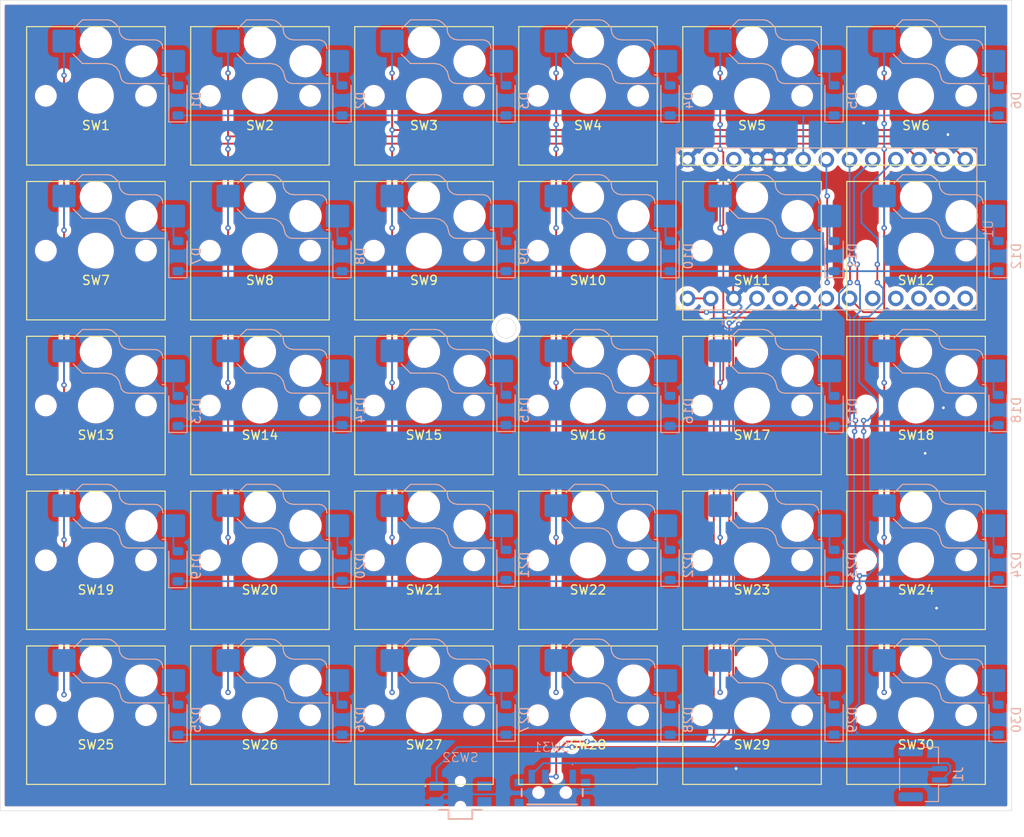
<source format=kicad_pcb>
(kicad_pcb (version 20241229) (generator "pcbnew") (generator_version "9.0")
  (layers (0 "F.Cu" signal) (2 "B.Cu" signal) (13 "F.Paste" user) (15 "B.Paste" user) (5 "F.SilkS" user "F.Silkscreen") (7 "B.SilkS" user "B.Silkscreen") (1 "F.Mask" user) (3 "B.Mask" user) (25 "Edge.Cuts" user))
  (net 0 "")
  (net 2 "Net-(D1-A)")
  (net 5 "Row 0")
  (net 6 "Net-(D2-A)")
  (net 8 "Net-(D3-A)")
  (net 9 "Net-(D4-A)")
  (net 11 "Net-(D5-A)")
  (net 12 "Net-(D6-A)")
  (net 13 "Row 1")
  (net 16 "Net-(D7-A)")
  (net 18 "Net-(D8-A)")
  (net 19 "Net-(D9-A)")
  (net 20 "Net-(D10-A)")
  (net 21 "Net-(D11-A)")
  (net 22 "Net-(D12-A)")
  (net 23 "Net-(D13-A)")
  (net 24 "Row 2")
  (net 25 "Net-(D14-A)")
  (net 26 "Net-(D15-A)")
  (net 27 "Net-(D16-A)")
  (net 28 "Net-(D17-A)")
  (net 29 "Net-(D18-A)")
  (net 30 "Net-(D19-A)")
  (net 31 "Row 3")
  (net 32 "Net-(D20-A)")
  (net 33 "Net-(D21-A)")
  (net 34 "Net-(D22-A)")
  (net 35 "Net-(D23-A)")
  (net 36 "Net-(D24-A)")
  (net 37 "Row 4")
  (net 38 "Net-(D25-A)")
  (net 39 "Net-(D26-A)")
  (net 40 "Net-(D27-A)")
  (net 41 "Net-(D28-A)")
  (net 42 "Net-(D29-A)")
  (net 43 "Net-(D30-A)")
  (net 44 "Col 0")
  (net 45 "Col 1")
  (net 46 "Col 2")
  (net 47 "Col 3")
  (net 48 "Col 4")
  (net 49 "Col 5")
  (net 50 "GND")
  (net 51 "Net-(U1-RESET)")
  (net 52 "Net-(SW31-B)")
  (net 53 "Net-(SW31-C)")
  (footprint "PCM_Switch_Keyboard_Hotswap_Kailh:SW_Hotswap_Kailh_Choc_V1_1.00u" (layer "F.Cu") (at 171.75 69)
    (property "Reference" "SW5")
    (property "Value" "SW_Push_45deg")
  )
  (footprint "PCM_Switch_Keyboard_Hotswap_Kailh:SW_Hotswap_Kailh_Choc_V1_1.00u" (layer "F.Cu") (at 117.75 120)
    (property "Reference" "SW20")
    (property "Value" "SW_Push_45deg")
  )
  (footprint "PCM_Switch_Keyboard_Hotswap_Kailh:SW_Hotswap_Kailh_Choc_V1_1.00u" (layer "F.Cu") (at 99.75 69)
    (property "Reference" "SW1")
    (property "Value" "SW_Push_45deg")
  )
  (footprint "PCM_Switch_Keyboard_Hotswap_Kailh:SW_Hotswap_Kailh_Choc_V1_1.00u" (layer "F.Cu") (at 153.75 86)
    (property "Reference" "SW10")
    (property "Value" "SW_Push_45deg")
  )
  (footprint "PCM_Switch_Keyboard_Hotswap_Kailh:SW_Hotswap_Kailh_Choc_V1_1.00u" (layer "F.Cu") (at 117.75 103)
    (property "Reference" "SW14")
    (property "Value" "SW_Push_45deg")
  )
  (footprint "PCM_Switch_Keyboard_Hotswap_Kailh:SW_Hotswap_Kailh_Choc_V1_1.00u" (layer "F.Cu") (at 171.75 86)
    (property "Reference" "SW11")
    (property "Value" "SW_Push_45deg")
  )
  (footprint "PCM_Switch_Keyboard_Hotswap_Kailh:SW_Hotswap_Kailh_Choc_V1_1.00u" (layer "F.Cu") (at 171.75 103)
    (property "Reference" "SW17")
    (property "Value" "SW_Push_45deg")
  )
  (footprint "PCM_Switch_Keyboard_Hotswap_Kailh:SW_Hotswap_Kailh_Choc_V1_1.00u" (layer "F.Cu") (at 135.75 86)
    (property "Reference" "SW9")
    (property "Value" "SW_Push_45deg")
  )
  (footprint "PCM_Switch_Keyboard_Hotswap_Kailh:SW_Hotswap_Kailh_Choc_V1_1.00u" (layer "F.Cu") (at 153.75 137)
    (property "Reference" "SW28")
    (property "Value" "SW_Push_45deg")
  )
  (footprint "PCM_Switch_Keyboard_Hotswap_Kailh:SW_Hotswap_Kailh_Choc_V1_1.00u" (layer "F.Cu") (at 135.75 120)
    (property "Reference" "SW21")
    (property "Value" "SW_Push_45deg")
  )
  (footprint "PCM_Switch_Keyboard_Hotswap_Kailh:SW_Hotswap_Kailh_Choc_V1_1.00u" (layer "F.Cu") (at 171.75 120)
    (property "Reference" "SW23")
    (property "Value" "SW_Push_45deg")
  )
  (footprint "PCM_Switch_Keyboard_Hotswap_Kailh:SW_Hotswap_Kailh_Choc_V1_1.00u" (layer "F.Cu") (at 135.75 137)
    (property "Reference" "SW27")
    (property "Value" "SW_Push_45deg")
  )
  (footprint "PCM_Switch_Keyboard_Hotswap_Kailh:SW_Hotswap_Kailh_Choc_V1_1.00u" (layer "F.Cu") (at 135.75 69)
    (property "Reference" "SW3")
    (property "Value" "SW_Push_45deg")
  )
  (footprint "PCM_Switch_Keyboard_Hotswap_Kailh:SW_Hotswap_Kailh_Choc_V1_1.00u" (layer "F.Cu") (at 153.75 69)
    (property "Reference" "SW4")
    (property "Value" "SW_Push_45deg")
  )
  (footprint "PCM_Switch_Keyboard_Hotswap_Kailh:SW_Hotswap_Kailh_Choc_V1_1.00u" (layer "F.Cu") (at 117.75 69)
    (property "Reference" "SW2")
    (property "Value" "SW_Push_45deg")
  )
  (footprint "PCM_Switch_Keyboard_Hotswap_Kailh:SW_Hotswap_Kailh_Choc_V1_1.00u" (layer "F.Cu") (at 189.75 120)
    (property "Reference" "SW24")
    (property "Value" "SW_Push_45deg")
  )
  (footprint "PCM_Switch_Keyboard_Hotswap_Kailh:SW_Hotswap_Kailh_Choc_V1_1.00u" (layer "F.Cu") (at 189.75 103)
    (property "Reference" "SW18")
    (property "Value" "SW_Push_45deg")
  )
  (footprint "PCM_Switch_Keyboard_Hotswap_Kailh:SW_Hotswap_Kailh_Choc_V1_1.00u" (layer "F.Cu") (at 153.75 120)
    (property "Reference" "SW22")
    (property "Value" "SW_Push_45deg")
  )
  (footprint "PCM_Switch_Keyboard_Hotswap_Kailh:SW_Hotswap_Kailh_Choc_V1_1.00u" (layer "F.Cu") (at 99.75 86)
    (property "Reference" "SW7")
    (property "Value" "SW_Push_45deg")
  )
  (footprint "PCM_Switch_Keyboard_Hotswap_Kailh:SW_Hotswap_Kailh_Choc_V1_1.00u" (layer "F.Cu") (at 153.75 103)
    (property "Reference" "SW16")
    (property "Value" "SW_Push_45deg")
  )
  (footprint "PCM_Switch_Keyboard_Hotswap_Kailh:SW_Hotswap_Kailh_Choc_V1_1.00u" (layer "F.Cu") (at 117.75 86)
    (property "Reference" "SW8")
    (property "Value" "SW_Push_45deg")
  )
  (footprint "PCM_Switch_Keyboard_Hotswap_Kailh:SW_Hotswap_Kailh_Choc_V1_1.00u" (layer "F.Cu") (at 135.75 103)
    (property "Reference" "SW15")
    (property "Value" "SW_Push_45deg")
  )
  (footprint "PCM_Switch_Keyboard_Hotswap_Kailh:SW_Hotswap_Kailh_Choc_V1_1.00u" (layer "F.Cu") (at 189.75 137)
    (property "Reference" "SW30")
    (property "Value" "SW_Push_45deg")
  )
  (footprint "PCM_Switch_Keyboard_Hotswap_Kailh:SW_Hotswap_Kailh_Choc_V1_1.00u" (layer "F.Cu") (at 99.75 137)
    (property "Reference" "SW25")
    (property "Value" "SW_Push_45deg")
  )
  (footprint "PCM_Switch_Keyboard_Hotswap_Kailh:SW_Hotswap_Kailh_Choc_V1_1.00u" (layer "F.Cu") (at 117.75 137)
    (property "Reference" "SW26")
    (property "Value" "SW_Push_45deg")
  )
  (footprint "PCM_Switch_Keyboard_Hotswap_Kailh:SW_Hotswap_Kailh_Choc_V1_1.00u" (layer "F.Cu") (at 99.75 103)
    (property "Reference" "SW13")
    (property "Value" "SW_Push_45deg")
  )
  (footprint "PCM_Switch_Keyboard_Hotswap_Kailh:SW_Hotswap_Kailh_Choc_V1_1.00u" (layer "F.Cu") (at 99.75 120)
    (property "Reference" "SW19")
    (property "Value" "SW_Push_45deg")
  )
  (footprint "PCM_Switch_Keyboard_Hotswap_Kailh:SW_Hotswap_Kailh_Choc_V1_1.00u" (layer "F.Cu") (at 189.75 86)
    (property "Reference" "SW12")
    (property "Value" "SW_Push_45deg")
  )
  (footprint "PCM_Switch_Keyboard_Hotswap_Kailh:SW_Hotswap_Kailh_Choc_V1_1.00u" (layer "F.Cu") (at 189.75 69)
    (property "Reference" "SW6")
    (property "Value" "SW_Push_45deg")
  )
  (footprint "PCM_Switch_Keyboard_Hotswap_Kailh:SW_Hotswap_Kailh_Choc_V1_1.00u" (layer "F.Cu") (at 171.75 137)
    (property "Reference" "SW29")
    (property "Value" "SW_Push_45deg")
  )
  (footprint "footprints:nice!nanoV2" (layer "B.Cu") (at 179.91 83.62 -90)
    (property "Reference" "U1")
    (property "Value" "~")
  )
  (footprint "Diode_SMD:D_SOD-123" (layer "B.Cu") (at 162.75 120.5 90)
    (property "Reference" "D22")
    (property "Value" "1N4148W")
  )
  (footprint "Diode_SMD:D_SOD-123" (layer "B.Cu") (at 108.75 86.6 90)
    (property "Reference" "D7")
    (property "Value" "1N4148W")
  )
  (footprint "footprints:SSSS811101_SW_SPDT" (layer "B.Cu") (at 149.75 145.595 180)
    (property "Reference" "SW31")
    (property "Value" "~")
  )
  (footprint "Diode_SMD:D_SOD-123" (layer "B.Cu") (at 126.75 120.6 90)
    (property "Reference" "D20")
    (property "Value" "1N4148W")
  )
  (footprint "Diode_SMD:D_SOD-123" (layer "B.Cu") (at 180.75 103.6 90)
    (property "Reference" "D17")
    (property "Value" "1N4148W")
  )
  (footprint "Diode_SMD:D_SOD-123" (layer "B.Cu") (at 144.75 69.5 90)
    (property "Reference" "D3")
    (property "Value" "1N4148W")
  )
  (footprint "Diode_SMD:D_SOD-123" (layer "B.Cu") (at 180.75 86.6 90)
    (property "Reference" "D11")
    (property "Value" "1N4148W")
  )
  (footprint "Diode_SMD:D_SOD-123" (layer "B.Cu") (at 180.75 69.5 90)
    (property "Reference" "D5")
    (property "Value" "1N4148W")
  )
  (footprint "Diode_SMD:D_SOD-123" (layer "B.Cu") (at 198.75 86.6 90)
    (property "Reference" "D12")
    (property "Value" "1N4148W")
  )
  (footprint "Diode_SMD:D_SOD-123" (layer "B.Cu") (at 198.75 120.5 90)
    (property "Reference" "D24")
    (property "Value" "1N4148W")
  )
  (footprint "Diode_SMD:D_SOD-123" (layer "B.Cu") (at 108.75 137.5 90)
    (property "Reference" "D25")
    (property "Value" "1N4148W")
  )
  (footprint "Diode_SMD:D_SOD-123" (layer "B.Cu") (at 162.75 69.5 90)
    (property "Reference" "D4")
    (property "Value" "1N4148W")
  )
  (footprint "Diode_SMD:D_SOD-123" (layer "B.Cu") (at 198.75 137.5 90)
    (property "Reference" "D30")
    (property "Value" "1N4148W")
  )
  (footprint "footprints:EVQPU_BTN" (layer "B.Cu") (at 139.75 145.65 180)
    (property "Reference" "SW32")
    (property "Value" "SW_Push")
  )
  (footprint "Diode_SMD:D_SOD-123" (layer "B.Cu") (at 108.75 69.5 90)
    (property "Reference" "D1")
    (property "Value" "1N4148W")
  )
  (footprint "Diode_SMD:D_SOD-123" (layer "B.Cu") (at 144.75 103.5 90)
    (property "Reference" "D15")
    (property "Value" "1N4148W")
  )
  (footprint "Diode_SMD:D_SOD-123" (layer "B.Cu") (at 126.75 103.5 90)
    (property "Reference" "D14")
    (property "Value" "1N4148W")
  )
  (footprint "Diode_SMD:D_SOD-123" (layer "B.Cu") (at 144.75 86.6 90)
    (property "Reference" "D9")
    (property "Value" "1N4148W")
  )
  (footprint "Diode_SMD:D_SOD-123" (layer "B.Cu") (at 126.75 86.6 90)
    (property "Reference" "D8")
    (property "Value" "1N4148W")
  )
  (footprint "Diode_SMD:D_SOD-123" (layer "B.Cu") (at 162.75 137.5 90)
    (property "Reference" "D28")
    (property "Value" "1N4148W")
  )
  (footprint "Diode_SMD:D_SOD-123" (layer "B.Cu") (at 144.75 137.5 90)
    (property "Reference" "D27")
    (property "Value" "1N4148W")
  )
  (footprint "Diode_SMD:D_SOD-123" (layer "B.Cu") (at 126.75 69.5 90)
    (property "Reference" "D2")
    (property "Value" "1N4148W")
  )
  (footprint "Diode_SMD:D_SOD-123" (layer "B.Cu") (at 162.75 103.6 90)
    (property "Reference" "D16")
    (property "Value" "1N4148W")
  )
  (footprint "Connector_JST:JST_GH_SM02B-GHS-TB_1x02-1MP_P1.25mm_Horizontal" (layer "B.Cu") (at 190.5 143.5 90)
    (property "Reference" "J1")
    (property "Value" "B2B-PH-SM4-TB")
  )
  (footprint "Diode_SMD:D_SOD-123" (layer "B.Cu") (at 180.75 120.5 90)
    (property "Reference" "D23")
    (property "Value" "1N4148W")
  )
  (footprint "Diode_SMD:D_SOD-123" (layer "B.Cu") (at 162.75 86.6 90)
    (property "Reference" "D10")
    (property "Value" "1N4148W")
  )
  (footprint "Diode_SMD:D_SOD-123" (layer "B.Cu") (at 180.75 137.5 90)
    (property "Reference" "D29")
    (property "Value" "1N4148W")
  )
  (footprint "Diode_SMD:D_SOD-123" (layer "B.Cu") (at 144.75 120.5 90)
    (property "Reference" "D21")
    (property "Value" "1N4148W")
  )
  (footprint "Diode_SMD:D_SOD-123" (layer "B.Cu") (at 126.75 137.5 90)
    (property "Reference" "D26")
    (property "Value" "1N4148W")
  )
  (footprint "Diode_SMD:D_SOD-123" (layer "B.Cu") (at 108.75 103.6 90)
    (property "Reference" "D13")
    (property "Value" "1N4148W")
  )
  (footprint "Diode_SMD:D_SOD-123" (layer "B.Cu") (at 198.75 103.5 90)
    (property "Reference" "D18")
    (property "Value" "1N4148W")
  )
  (footprint "Diode_SMD:D_SOD-123" (layer "B.Cu") (at 198.75 69.5 90)
    (property "Reference" "D6")
    (property "Value" "1N4148W")
  )
  (footprint "Diode_SMD:D_SOD-123" (layer "B.Cu") (at 108.75 120.65 90)
    (property "Reference" "D19")
    (property "Value" "1N4148W")
  )
  (gr_circle (center 144.75 94.5) (end 145.85 94.5) (stroke (width 0.05)) (fill no) (layer "Edge.Cuts"))
  (gr_rect (start 89.25 58.5) (end 200.25 147.5) (stroke (width 0.05)) (fill no) (layer "Edge.Cuts"))
  (segment (start 108.25 67.35) (end 108.75 67.85) (width 0.2) (layer "B.Cu") (net 2))
  (segment (start 108.25 65.2) (end 108.25 67.35) (width 0.2) (layer "B.Cu") (net 2))
  (segment (start 198.75 71.15) (end 177.5 71.15) (width 0.2) (layer "B.Cu") (net 5))
  (segment (start 177.37 76) (end 177.37 71.28) (width 0.2) (layer "B.Cu") (net 5))
  (segment (start 177.37 71.28) (end 177.5 71.15) (width 0.2) (layer "B.Cu") (net 5))
  (segment (start 177.5 71.15) (end 108.75 71.15) (width 0.2) (layer "B.Cu") (net 5))
  (segment (start 126.25 67.35) (end 126.75 67.85) (width 0.2) (layer "B.Cu") (net 6))
  (segment (start 126.25 65.2) (end 126.25 67.35) (width 0.2) (layer "B.Cu") (net 6))
  (segment (start 144.25 65.2) (end 144.25 67.35) (width 0.2) (layer "B.Cu") (net 8))
  (segment (start 144.25 67.35) (end 144.75 67.85) (width 0.2) (layer "B.Cu") (net 8))
  (segment (start 162.25 67.35) (end 162.75 67.85) (width 0.2) (layer "B.Cu") (net 9))
  (segment (start 162.25 65.2) (end 162.25 67.35) (width 0.2) (layer "B.Cu") (net 9))
  (segment (start 180.25 65.2) (end 180.25 67.35) (width 0.2) (layer "B.Cu") (net 11))
  (segment (start 180.25 67.35) (end 180.75 67.85) (width 0.2) (layer "B.Cu") (net 11))
  (segment (start 198.25 67.35) (end 198.75 67.85) (width 0.2) (layer "B.Cu") (net 12))
  (segment (start 198.25 65.2) (end 198.25 67.35) (width 0.2) (layer "B.Cu") (net 12))
  (segment (start 180 80) (end 180 89.5) (width 0.2) (layer "F.Cu") (net 13))
  (via (at 180 80) (size 0.6) (drill 0.3) (layers "F.Cu" "B.Cu") (net 13))
  (via (at 180 89.5) (size 0.6) (drill 0.3) (layers "F.Cu" "B.Cu") (net 13))
  (segment (start 108.75 88.25) (end 180 88.25) (width 0.2) (layer "B.Cu") (net 13))
  (segment (start 179.91 79.91) (end 180 80) (width 0.2) (layer "B.Cu") (net 13))
  (segment (start 179.91 76) (end 179.91 79.91) (width 0.2) (layer "B.Cu") (net 13))
  (segment (start 180 89.5) (end 180 88.25) (width 0.2) (layer "B.Cu") (net 13))
  (segment (start 180 88.25) (end 198.75 88.25) (width 0.2) (layer "B.Cu") (net 13))
  (segment (start 108.25 84.45) (end 108.75 84.95) (width 0.2) (layer "B.Cu") (net 16))
  (segment (start 108.25 82.2) (end 108.25 84.45) (width 0.2) (layer "B.Cu") (net 16))
  (segment (start 126.25 84.45) (end 126.75 84.95) (width 0.2) (layer "B.Cu") (net 18))
  (segment (start 126.25 82.2) (end 126.25 84.45) (width 0.2) (layer "B.Cu") (net 18))
  (segment (start 144.25 82.2) (end 144.25 84.45) (width 0.2) (layer "B.Cu") (net 19))
  (segment (start 144.25 84.45) (end 144.75 84.95) (width 0.2) (layer "B.Cu") (net 19))
  (segment (start 162.25 82.2) (end 162.25 84.45) (width 0.2) (layer "B.Cu") (net 20))
  (segment (start 162.25 84.45) (end 162.75 84.95) (width 0.2) (layer "B.Cu") (net 20))
  (segment (start 180.25 82.2) (end 180.25 84.45) (width 0.2) (layer "B.Cu") (net 21))
  (segment (start 180.25 84.45) (end 180.75 84.95) (width 0.2) (layer "B.Cu") (net 21))
  (segment (start 198.25 84.45) (end 198.75 84.95) (width 0.2) (layer "B.Cu") (net 22))
  (segment (start 198.25 82.2) (end 198.25 84.45) (width 0.2) (layer "B.Cu") (net 22))
  (segment (start 108.25 99.2) (end 108.25 101.45) (width 0.2) (layer "B.Cu") (net 23))
  (segment (start 108.25 101.45) (end 108.75 101.95) (width 0.2) (layer "B.Cu") (net 23))
  (segment (start 182.5 87.5) (end 182.5 89.5) (width 0.2) (layer "F.Cu") (net 24))
  (via (at 182.5 89.5) (size 0.6) (drill 0.3) (layers "F.Cu" "B.Cu") (net 24))
  (via (at 182.5 87.5) (size 0.6) (drill 0.3) (layers "F.Cu" "B.Cu") (net 24))
  (segment (start 182.5 89.5) (end 181.299 90.701) (width 0.2) (layer "B.Cu") (net 24))
  (segment (start 108.75 105.25) (end 182.5 105.25) (width 0.2) (layer "B.Cu") (net 24))
  (segment (start 198.65 105.25) (end 198.75 105.15) (width 0.2) (layer "B.Cu") (net 24))
  (segment (start 181.299 90.701) (end 181.299 92.049) (width 0.2) (layer "B.Cu") (net 24))
  (segment (start 182.45 76) (end 182.45 87.45) (width 0.2) (layer "B.Cu") (net 24))
  (segment (start 181.299 92.049) (end 182.5 93.25) (width 0.2) (layer "B.Cu") (net 24))
  (segment (start 182.5 105.25) (end 198.65 105.25) (width 0.2) (layer "B.Cu") (net 24))
  (segment (start 182.5 93.25) (end 182.5 105.25) (width 0.2) (layer "B.Cu") (net 24))
  (segment (start 182.45 87.45) (end 182.5 87.5) (width 0.2) (layer "B.Cu") (net 24))
  (segment (start 126.25 99.2) (end 126.25 101.35) (width 0.2) (layer "B.Cu") (net 25))
  (segment (start 126.25 101.35) (end 126.75 101.85) (width 0.2) (layer "B.Cu") (net 25))
  (segment (start 144.25 99.2) (end 144.25 101.35) (width 0.2) (layer "B.Cu") (net 26))
  (segment (start 144.25 101.35) (end 144.75 101.85) (width 0.2) (layer "B.Cu") (net 26))
  (segment (start 162.25 99.2) (end 162.25 101.45) (width 0.2) (layer "B.Cu") (net 27))
  (segment (start 162.25 101.45) (end 162.75 101.95) (width 0.2) (layer "B.Cu") (net 27))
  (segment (start 180.25 101.45) (end 180.75 101.95) (width 0.2) (layer "B.Cu") (net 28))
  (segment (start 180.25 99.2) (end 180.25 101.45) (width 0.2) (layer "B.Cu") (net 28))
  (segment (start 198.25 99.2) (end 198.25 101.35) (width 0.2) (layer "B.Cu") (net 29))
  (segment (start 198.25 101.35) (end 198.75 101.85) (width 0.2) (layer "B.Cu") (net 29))
  (segment (start 108.25 116.2) (end 108.25 118.5) (width 0.2) (layer "B.Cu") (net 30))
  (segment (start 108.25 118.5) (end 108.75 119) (width 0.2) (layer "B.Cu") (net 30))
  (segment (start 183.1 105.75) (end 183 105.85) (width 0.2) (layer "F.Cu") (net 31))
  (segment (start 183.300003 87.5) (end 183.300003 89.5) (width 0.2) (layer "F.Cu") (net 31))
  (segment (start 183.1 104.65) (end 183.1 105.75) (width 0.2) (layer "F.Cu") (net 31))
  (via (at 183.300003 87.5) (size 0.6) (drill 0.3) (layers "F.Cu" "B.Cu") (net 31))
  (via (at 183 105.85) (size 0.6) (drill 0.3) (layers "F.Cu" "B.Cu") (net 31))
  (via (at 183.300003 89.5) (size 0.6) (drill 0.3) (layers "F.Cu" "B.Cu") (net 31))
  (via (at 183.1 104.65) (size 0.6) (drill 0.3) (layers "F.Cu" "B.Cu") (net 31))
  (segment (start 183 105.85) (end 182.949 105.901) (width 0.2) (layer "B.Cu") (net 31))
  (segment (start 182.949 93.301) (end 182.949 104.499) (width 0.2) (layer "B.Cu") (net 31))
  (segment (start 182.949 87.099057) (end 183.300003 87.45006) (width 0.2) (layer "B.Cu") (net 31))
  (segment (start 183.601 89.800997) (end 183.601 92.649) (width 0.2) (layer "B.Cu") (net 31))
  (segment (start 184.99 76) (end 182.949 78.041) (width 0.2) (layer "B.Cu") (net 31))
  (segment (start 183.300003 87.45006) (end 183.300003 87.5) (width 0.2) (layer "B.Cu") (net 31))
  (segment (start 183 93.25) (end 182.949 93.301) (width 0.2) (layer "B.Cu") (net 31))
  (segment (start 198.6 122.3) (end 198.75 122.15) (width 0.2) (layer "B.Cu") (net 31))
  (segment (start 183.300003 89.5) (end 183.601 89.800997) (width 0.2) (layer "B.Cu") (net 31))
  (segment (start 183.601 92.649) (end 183 93.25) (width 0.2) (layer "B.Cu") (net 31))
  (segment (start 182.949 78.041) (end 182.949 87.099057) (width 0.2) (layer "B.Cu") (net 31))
  (segment (start 182.949 122.249) (end 183 122.3) (width 0.2) (layer "B.Cu") (net 31))
  (segment (start 182.949 105.901) (end 182.949 122.249) (width 0.2) (layer "B.Cu") (net 31))
  (segment (start 182.949 104.499) (end 183.1 104.65) (width 0.2) (layer "B.Cu") (net 31))
  (segment (start 183 122.3) (end 198.6 122.3) (width 0.2) (layer "B.Cu") (net 31))
  (segment (start 108.75 122.3) (end 183 122.3) (width 0.2) (layer "B.Cu") (net 31))
  (segment (start 126.25 118.45) (end 126.75 118.95) (width 0.2) (layer "B.Cu") (net 32))
  (segment (start 126.25 116.2) (end 126.25 118.45) (width 0.2) (layer "B.Cu") (net 32))
  (segment (start 144.25 118.35) (end 144.75 118.85) (width 0.2) (layer "B.Cu") (net 33))
  (segment (start 144.25 116.2) (end 144.25 118.35) (width 0.2) (layer "B.Cu") (net 33))
  (segment (start 162.25 118.35) (end 162.75 118.85) (width 0.2) (layer "B.Cu") (net 34))
  (segment (start 162.25 116.2) (end 162.25 118.35) (width 0.2) (layer "B.Cu") (net 34))
  (segment (start 180.25 116.2) (end 180.25 118.35) (width 0.2) (layer "B.Cu") (net 35))
  (segment (start 180.25 118.35) (end 180.75 118.85) (width 0.2) (layer "B.Cu") (net 35))
  (segment (start 198.25 116.2) (end 198.25 118.35) (width 0.2) (layer "B.Cu") (net 36))
  (segment (start 198.25 118.35) (end 198.75 118.85) (width 0.2) (layer "B.Cu") (net 36))
  (segment (start 183.549 121.7) (end 183.549 122.951) (width 0.2) (layer "F.Cu") (net 37))
  (segment (start 184 104.65) (end 184 105.85) (width 0.2) (layer "F.Cu") (net 37))
  (segment (start 185.5 87.5) (end 185.5 89.5) (width 0.2) (layer "F.Cu") (net 37))
  (segment (start 183.549 122.951) (end 183.5 123) (width 0.2) (layer "F.Cu") (net 37))
  (via (at 183.549 121.7) (size 0.6) (drill 0.3) (layers "F.Cu" "B.Cu") (net 37))
  (via (at 185.5 89.5) (size 0.6) (drill 0.3) (layers "F.Cu" "B.Cu") (net 37))
  (via (at 184 105.85) (size 0.6) (drill 0.3) (layers "F.Cu" "B.Cu") (net 37))
  (via (at 185.5 87.5) (size 0.6) (drill 0.3) (layers "F.Cu" "B.Cu") (net 37))
  (via (at 184 104.65) (size 0.6) (drill 0.3) (layers "F.Cu" "B.Cu") (net 37))
  (via (at 183.5 123) (size 0.6) (drill 0.3) (layers "F.Cu" "B.Cu") (net 37))
  (segment (start 184 117.910108) (end 185.551 119.461108) (width 0.2) (layer "B.Cu") (net 37))
  (segment (start 184.389892 121.7) (end 183.549 121.7) (width 0.2) (layer "B.Cu") (net 37))
  (segment (start 184.60776 93.25) (end 184 93.25) (width 0.2) (layer "B.Cu") (net 37))
  (segment (start 185.551 120.538892) (end 184.389892 121.7) (width 0.2) (layer "B.Cu") (net 37))
  (segment (start 185.551 103.538892) (end 184.439892 104.65) (width 0.2) (layer "B.Cu") (net 37))
  (segment (start 186.141 91.71676) (end 184.60776 93.25) (width 0.2) (layer "B.Cu") (net 37))
  (segment (start 183.5 100.410108) (end 185.551 102.461108) (width 0.2) (layer "B.Cu") (net 37))
  (segment (start 183.5 123) (end 183.5 135.75) (width 0.2) (layer "B.Cu") (net 37))
  (segment (start 183.5 93.75) (end 183.5 100.410108) (width 0.2) (layer "B.Cu") (net 37))
  (segment (start 182.949 138.599) (end 183.5 139.15) (width 0.2) (layer "B.Cu") (net 37))
  (segment (start 108.75 139.15) (end 183.5 139.15) (width 0.2) (layer "B.Cu") (net 37))
  (segment (start 183.5 135.75) (end 182.949 136.301) (width 0.2) (layer "B.Cu") (net 37))
  (segment (start 183.5 139.15) (end 198.75 139.15) (width 0.2) (layer "B.Cu") (net 37))
  (segment (start 184.439892 104.65) (end 184 104.65) (width 0.2) (layer "B.Cu") (net 37))
  (segment (start 185.551 84.736907) (end 185.551 87.449) (width 0.2) (layer "B.Cu") (net 37))
  (segment (start 185.551 102.461108) (end 185.551 103.538892) (width 0.2) (layer "B.Cu") (net 37))
  (segment (start 183.75 93.25) (end 183.5 93.5) (width 0.2) (layer "B.Cu") (net 37))
  (segment (start 184 105.85) (end 184 117.910108) (width 0.2) (layer "B.Cu") (net 37))
  (segment (start 183.75 82.935907) (end 185.551 84.736907) (width 0.2) (layer "B.Cu") (net 37))
  (segment (start 186.141 90.141) (end 186.141 91.71676) (width 0.2) (layer "B.Cu") (net 37))
  (segment (start 187.53 76) (end 187.43884 76) (width 0.2) (layer "B.Cu") (net 37))
  (segment (start 185.5 89.5) (end 186.141 90.141) (width 0.2) (layer "B.Cu") (net 37))
  (segment (start 187.43884 76) (end 183.75 79.68884) (width 0.2) (layer "B.Cu") (net 37))
  (segment (start 183.75 79.68884) (end 183.75 82.935907) (width 0.2) (layer "B.Cu") (net 37))
  (segment (start 182.949 136.301) (end 182.949 138.599) (width 0.2) (layer "B.Cu") (net 37))
  (segment (start 183.5 93.5) (end 183.5 93.75) (width 0.2) (layer "B.Cu") (net 37))
  (segment (start 184 93.25) (end 183.75 93.25) (width 0.2) (layer "B.Cu") (net 37))
  (segment (start 185.551 119.461108) (end 185.551 120.538892) (width 0.2) (layer "B.Cu") (net 37))
  (segment (start 185.551 87.449) (end 185.5 87.5) (width 0.2) (layer "B.Cu") (net 37))
  (segment (start 108.25 133.2) (end 108.25 135.35) (width 0.2) (layer "B.Cu") (net 38))
  (segment (start 108.25 135.35) (end 108.75 135.85) (width 0.2) (layer "B.Cu") (net 38))
  (segment (start 126.25 135.35) (end 126.75 135.85) (width 0.2) (layer "B.Cu") (net 39))
  (segment (start 126.25 133.2) (end 126.25 135.35) (width 0.2) (layer "B.Cu") (net 39))
  (segment (start 144.25 133.2) (end 144.25 135.35) (width 0.2) (layer "B.Cu") (net 40))
  (segment (start 144.25 135.35) (end 144.75 135.85) (width 0.2) (layer "B.Cu") (net 40))
  (segment (start 162.25 133.2) (end 162.25 135.35) (width 0.2) (layer "B.Cu") (net 41))
  (segment (start 162.25 135.35) (end 162.75 135.85) (width 0.2) (layer "B.Cu") (net 41))
  (segment (start 180.25 135.35) (end 180.75 135.85) (width 0.2) (layer "B.Cu") (net 42))
  (segment (start 180.25 133.2) (end 180.25 135.35) (width 0.2) (layer "B.Cu") (net 42))
  (segment (start 198.25 135.35) (end 198.75 135.85) (width 0.2) (layer "B.Cu") (net 43))
  (segment (start 198.25 133.2) (end 198.25 135.35) (width 0.2) (layer "B.Cu") (net 43))
  (segment (start 190.07 76) (end 188.32 74.25) (width 0.2) (layer "F.Cu") (net 44))
  (segment (start 188.32 74.25) (end 96.25 74.25) (width 0.2) (layer "F.Cu") (net 44))
  (segment (start 96.25 66.75) (end 96.25 74.25) (width 0.2) (layer "F.Cu") (net 44))
  (segment (start 96.25 134.75) (end 96.274 134.726) (width 0.2) (layer "F.Cu") (net 44))
  (segment (start 96.25 74.25) (end 96.25 134.75) (width 0.2) (layer "F.Cu") (net 44))
  (via (at 96.25 83.75) (size 0.6) (drill 0.3) (layers "F.Cu" "B.Cu") (net 44))
  (via (at 96.25 134.75) (size 0.6) (drill 0.3) (layers "F.Cu" "B.Cu") (net 44))
  (via (at 96.25 100.75) (size 0.6) (drill 0.3) (layers "F.Cu" "B.Cu") (net 44))
  (via (at 96.25 66.75) (size 0.6) (drill 0.3) (layers "F.Cu" "B.Cu") (net 44))
  (via (at 96.25 117.75) (size 0.6) (drill 0.3) (layers "F.Cu" "B.Cu") (net 44))
  (segment (start 96.25 63.25) (end 96.25 66.75) (width 0.2) (layer "B.Cu") (net 44))
  (segment (start 96.25 80.25) (end 96.25 83.75) (width 0.2) (layer "B.Cu") (net 44))
  (segment (start 96.25 114.25) (end 96.25 117.75) (width 0.2) (layer "B.Cu") (net 44))
  (segment (start 96.25 97.25) (end 96.25 100.75) (width 0.2) (layer "B.Cu") (net 44))
  (segment (start 96.25 131.25) (end 96.25 134.75) (width 0.2) (layer "B.Cu") (net 44))
  (segment (start 114.450003 73.449997) (end 114.25 73.65) (width 0.2) (layer "F.Cu") (net 45))
  (segment (start 114.25 83.5) (end 114.25 74.85) (width 0.2) (layer "F.Cu") (net 45))
  (segment (start 114.25 66.5) (end 114.25 73.25) (width 0.2) (layer "F.Cu") (net 45))
  (segment (start 114.25 134.5) (end 114.274 134.476) (width 0.2) (layer "F.Cu") (net 45))
  (segment (start 183.75 73.449997) (end 114.450003 73.449997) (width 0.2) (layer "F.Cu") (net 45))
  (segment (start 114.25 134.5) (end 114.25 83.5) (width 0.2) (layer "F.Cu") (net 45))
  (segment (start 192.61 76) (end 190.059997 73.449997) (width 0.2) (layer "F.Cu") (net 45))
  (segment (start 114.25 73.65) (end 114.25 73.25) (width 0.2) (layer "F.Cu") (net 45))
  (segment (start 190.059997 73.449997) (end 183.75 73.449997) (width 0.2) (layer "F.Cu") (net 45))
  (via (at 114.25 100.5) (size 0.6) (drill 0.3) (layers "F.Cu" "B.Cu") (net 45))
  (via (at 114.25 134.5) (size 0.6) (drill 0.3) (layers "F.Cu" "B.Cu") (net 45))
  (via (at 114.25 74.85) (size 0.6) (drill 0.3) (layers "F.Cu" "B.Cu") (net 45))
  (via (at 114.25 66.5) (size 0.6) (drill 0.3) (layers "F.Cu" "B.Cu") (net 45))
  (via (at 114.25 73.65) (size 0.6) (drill 0.3) (layers "F.Cu" "B.Cu") (net 45))
  (via (at 114.25 83.5) (size 0.6) (drill 0.3) (layers "F.Cu" "B.Cu") (net 45))
  (via (at 114.25 117.5) (size 0.6) (drill 0.3) (layers "F.Cu" "B.Cu") (net 45))
  (segment (start 114.25 131) (end 114.25 134.5) (width 0.2) (layer "B.Cu") (net 45))
  (segment (start 114.25 63) (end 114.25 66.5) (width 0.2) (layer "B.Cu") (net 45))
  (segment (start 114.25 74.85) (end 114.25 73.65) (width 0.2) (layer "B.Cu") (net 45))
  (segment (start 114.25 80) (end 114.25 83.5) (width 0.2) (layer "B.Cu") (net 45))
  (segment (start 114.25 97) (end 114.25 100.5) (width 0.2) (layer "B.Cu") (net 45))
  (segment (start 114.25 114) (end 114.25 117.5) (width 0.2) (layer "B.Cu") (net 45))
  (segment (start 195.15 76) (end 191.9 72.75) (width 0.2) (layer "F.Cu") (net 46))
  (segment (start 132.25 66.5) (end 132.25 72.75) (width 0.2) (layer "F.Cu") (net 46))
  (segment (start 132.25 134.5) (end 132.25 74.85) (width 0.2) (layer "F.Cu") (net 46))
  (segment (start 132.25 134.5) (end 132.274 134.476) (width 0.2) (layer "F.Cu") (net 46))
  (segment (start 191.9 72.75) (end 132.25 72.75) (width 0.2) (layer "F.Cu") (net 46))
  (via (at 132.25 117.5) (size 0.6) (drill 0.3) (layers "F.Cu" "B.Cu") (net 46))
  (via (at 132.25 100.5) (size 0.6) (drill 0.3) (layers "F.Cu" "B.Cu") (net 46))
  (via (at 132.25 72.75) (size 0.6) (drill 0.3) (layers "F.Cu" "B.Cu") (net 46))
  (via (at 132.25 66.5) (size 0.6) (drill 0.3) (layers "F.Cu" "B.Cu") (net 46))
  (via (at 132.25 134.5) (size 0.6) (drill 0.3) (layers "F.Cu" "B.Cu") (net 46))
  (via (at 132.25 83.5) (size 0.6) (drill 0.3) (layers "F.Cu" "B.Cu") (net 46))
  (via (at 132.25 74.85) (size 0.6) (drill 0.3) (layers "F.Cu" "B.Cu") (net 46))
  (segment (start 132.25 74.85) (end 132.25 72.75) (width 0.2) (layer "B.Cu") (net 46))
  (segment (start 132.25 63) (end 132.25 66.5) (width 0.2) (layer "B.Cu") (net 46))
  (segment (start 132.25 80) (end 132.25 83.5) (width 0.2) (layer "B.Cu") (net 46))
  (segment (start 132.25 114) (end 132.25 117.5) (width 0.2) (layer "B.Cu") (net 46))
  (segment (start 132.25 97) (end 132.25 100.5) (width 0.2) (layer "B.Cu") (net 46))
  (segment (start 132.25 131) (end 132.25 134.5) (width 0.2) (layer "B.Cu") (net 46))
  (segment (start 150.25 92.75) (end 150.25 134.5) (width 0.2) (layer "F.Cu") (net 47))
  (segment (start 166.75 92.75) (end 150.25 92.75) (width 0.2) (layer "F.Cu") (net 47))
  (segment (start 175.86 92.75) (end 169.25 92.75) (width 0.2) (layer "F.Cu") (net 47))
  (segment (start 150.25 134.5) (end 150.274 134.476) (width 0.2) (layer "F.Cu") (net 47))
  (segment (start 150.25 66.5) (end 150.25 72.15) (width 0.2) (layer "F.Cu") (net 47))
  (segment (start 177.37 91.24) (end 175.86 92.75) (width 0.2) (layer "F.Cu") (net 47))
  (segment (start 150.25 74.85) (end 150.25 92.75) (width 0.2) (layer "F.Cu") (net 47))
  (via (at 150.25 134.5) (size 0.6) (drill 0.3) (layers "F.Cu" "B.Cu") (net 47))
  (via (at 169.25 92.75) (size 0.6) (drill 0.3) (layers "F.Cu" "B.Cu") (net 47))
  (via (at 150.25 117.5) (size 0.6) (drill 0.3) (layers "F.Cu" "B.Cu") (net 47))
  (via (at 150.25 72.15) (size 0.6) (drill 0.3) (layers "F.Cu" "B.Cu") (net 47))
  (via (at 150.25 83.5) (size 0.6) (drill 0.3) (layers "F.Cu" "B.Cu") (net 47))
  (via (at 150.25 74.85) (size 0.6) (drill 0.3) (layers "F.Cu" "B.Cu") (net 47))
  (via (at 150.25 66.5) (size 0.6) (drill 0.3) (layers "F.Cu" "B.Cu") (net 47))
  (via (at 150.25 100.5) (size 0.6) (drill 0.3) (layers "F.Cu" "B.Cu") (net 47))
  (via (at 166.75 92.75) (size 0.6) (drill 0.3) (layers "F.Cu" "B.Cu") (net 47))
  (segment (start 150.25 131) (end 150.25 134.5) (width 0.2) (layer "B.Cu") (net 47))
  (segment (start 150.25 63) (end 150.25 66.5) (width 0.2) (layer "B.Cu") (net 47))
  (segment (start 150.25 114) (end 150.25 117.5) (width 0.2) (layer "B.Cu") (net 47))
  (segment (start 169.25 92.75) (end 166.75 92.75) (width 0.2) (layer "B.Cu") (net 47))
  (segment (start 150.25 97) (end 150.25 100.5) (width 0.2) (layer "B.Cu") (net 47))
  (segment (start 150.25 80) (end 150.25 83.5) (width 0.2) (layer "B.Cu") (net 47))
  (segment (start 150.25 72.15) (end 150.25 74.85) (width 0.2) (layer "B.Cu") (net 47))
  (segment (start 168.599 75.199) (end 168.599 83.151) (width 0.2) (layer "F.Cu") (net 48))
  (segment (start 168.25 134.5) (end 168.274 134.476) (width 0.2) (layer "F.Cu") (net 48))
  (segment (start 168.599 83.849) (end 168.599 93.25) (width 0.2) (layer "F.Cu") (net 48))
  (segment (start 168.599 100.151) (end 168.25 100.5) (width 0.2) (layer "F.Cu") (net 48))
  (segment (start 179.91 91.24) (end 177.799 93.351) (width 0.2) (layer "F.Cu") (net 48))
  (segment (start 168.25 74.85) (end 168.599 75.199) (width 0.2) (layer "F.Cu") (net 48))
  (segment (start 168.25 83.5) (end 168.599 83.849) (width 0.2) (layer "F.Cu") (net 48))
  (segment (start 168.599 93.25) (end 168.599 100.151) (width 0.2) (layer "F.Cu") (net 48))
  (segment (start 168.25 100.5) (end 168.25 134.5) (width 0.2) (layer "F.Cu") (net 48))
  (segment (start 168.599 83.151) (end 168.25 83.5) (width 0.2) (layer "F.Cu") (net 48))
  (segment (start 177.799 93.351) (end 168.7 93.351) (width 0.2) (layer "F.Cu") (net 48))
  (segment (start 168.25 66.5) (end 168.25 72.15) (width 0.2) (layer "F.Cu") (net 48))
  (segment (start 168.7 93.351) (end 168.599 93.25) (width 0.2) (layer "F.Cu") (net 48))
  (via (at 168.25 66.5) (size 0.6) (drill 0.3) (layers "F.Cu" "B.Cu") (net 48))
  (via (at 168.25 74.85) (size 0.6) (drill 0.3) (layers "F.Cu" "B.Cu") (net 48))
  (via (at 168.25 117.5) (size 0.6) (drill 0.3) (layers "F.Cu" "B.Cu") (net 48))
  (via (at 168.25 100.5) (size 0.6) (drill 0.3) (layers "F.Cu" "B.Cu") (net 48))
  (via (at 168.25 134.5) (size 0.6) (drill 0.3) (layers "F.Cu" "B.Cu") (net 48))
  (via (at 168.25 83.5) (size 0.6) (drill 0.3) (layers "F.Cu" "B.Cu") (net 48))
  (via (at 168.25 72.15) (size 0.6) (drill 0.3) (layers "F.Cu" "B.Cu") (net 48))
  (segment (start 168.25 80) (end 168.25 83.5) (width 0.2) (layer "B.Cu") (net 48))
  (segment (start 168.25 97) (end 168.25 100.5) (width 0.2) (layer "B.Cu") (net 48))
  (segment (start 168.25 131) (end 168.25 134.5) (width 0.2) (layer "B.Cu") (net 48))
  (segment (start 168.25 114) (end 168.25 117.5) (width 0.2) (layer "B.Cu") (net 48))
  (segment (start 168.25 63) (end 168.25 66.5) (width 0.2) (layer "B.Cu") (net 48))
  (segment (start 168.25 72.15) (end 168.25 74.85) (width 0.2) (layer "B.Cu") (net 48))
  (segment (start 186.25 74.85) (end 186.25 92.75) (width 0.2) (layer "F.Cu") (net 49))
  (segment (start 186.25 92.75) (end 186.25 134.5) (width 0.2) (layer "F.Cu") (net 49))
  (segment (start 183.96 92.75) (end 186.25 92.75) (width 0.2) (layer "F.Cu") (net 49))
  (segment (start 182.45 91.24) (end 183.96 92.75) (width 0.2) (layer "F.Cu") (net 49))
  (segment (start 186.25 66.5) (end 186.25 72.049994) (width 0.2) (layer "F.Cu") (net 49))
  (segment (start 186.25 134.5) (end 186.274 134.476) (width 0.2) (layer "F.Cu") (net 49))
  (via (at 186.25 66.5) (size 0.6) (drill 0.3) (layers "F.Cu" "B.Cu") (net 49))
  (via (at 186.25 74.85) (size 0.6) (drill 0.3) (layers "F.Cu" "B.Cu") (net 49))
  (via (at 186.25 83.5) (size 0.6) (drill 0.3) (layers "F.Cu" "B.Cu") (net 49))
  (via (at 186.25 117.5) (size 0.6) (drill 0.3) (layers "F.Cu" "B.Cu") (net 49))
  (via (at 186.25 134.5) (size 0.6) (drill 0.3) (layers "F.Cu" "B.Cu") (net 49))
  (via (at 186.25 72.049994) (size 0.6) (drill 0.3) (layers "F.Cu" "B.Cu") (net 49))
  (via (at 186.25 100.5) (size 0.6) (drill 0.3) (layers "F.Cu" "B.Cu") (net 49))
  (segment (start 186.25 72.049994) (end 186.25 74.85) (width 0.2) (layer "B.Cu") (net 49))
  (segment (start 186.25 97) (end 186.25 100.5) (width 0.2) (layer "B.Cu") (net 49))
  (segment (start 186.25 114) (end 186.25 117.5) (width 0.2) (layer "B.Cu") (net 49))
  (segment (start 186.25 80) (end 186.25 83.5) (width 0.2) (layer "B.Cu") (net 49))
  (segment (start 186.25 63) (end 186.25 66.5) (width 0.2) (layer "B.Cu") (net 49))
  (segment (start 186.25 131) (end 186.25 134.5) (width 0.2) (layer "B.Cu") (net 49))
  (segment (start 166.92 78.25) (end 167.999 78.25) (width 0.2) (layer "F.Cu") (net 50))
  (segment (start 169.674 78.616) (end 172.29 76) (width 0.2) (layer "F.Cu") (net 50))
  (segment (start 170 142.874) (end 169.674 142.548) (width 0.2) (layer "F.Cu") (net 50))
  (segment (start 169.674 91.164) (end 169.674 78.616) (width 0.2) (layer "F.Cu") (net 50))
  (segment (start 169.199 78.25) (end 170.04 78.25) (width 0.2) (layer "F.Cu") (net 50))
  (segment (start 164.67 76) (end 166.92 78.25) (width 0.2) (layer "F.Cu") (net 50))
  (segment (start 169.75 91.24) (end 169.674 91.164) (width 0.2) (layer "F.Cu") (net 50))
  (segment (start 169.674 94.70453) (end 170.303265 94.075265) (width 0.2) (layer "F.Cu") (net 50))
  (segment (start 170.04 78.25) (end 172.29 76) (width 0.2) (layer "F.Cu") (net 50))
  (segment (start 174.83 76) (end 172.29 76) (width 0.2) (layer "F.Cu") (net 50))
  (segment (start 169.674 142.548) (end 169.674 94.70453) (width 0.2) (layer "F.Cu") (net 50))
  (via (at 170 142.874) (size 0.6) (drill 0.3) (layers "F.Cu" "B.Cu") (net 50))
  (via (at 192 125.25) (size 0.6) (drill 0.3) (layers "F.Cu" "B.Cu") (net 50))
  (via (at 184 72) (size 0.6) (drill 0.3) (layers "F.Cu" "B.Cu") (net 50))
  (via (at 169.199 78.25) (size 0.6) (drill 0.3) (layers "F.Cu" "B.Cu") (net 50))
  (via (at 167.999 78.25) (size 0.6) (drill 0.3) (layers "F.Cu" "B.Cu") (net 50))
  (via (at 192.75 103.25) (size 0.6) (drill 0.3) (layers "F.Cu" "B.Cu") (net 50))
  (via (at 193.25 73.25) (size 0.6) (drill 0.3) (layers "F.Cu" "B.Cu") (net 50))
  (via (at 170.303265 94.075265) (size 0.6) (drill 0.3) (layers "F.Cu" "B.Cu") (net 50))
  (via (at 190.75 108.25) (size 0.6) (drill 0.3) (layers "F.Cu" "B.Cu") (net 50))
  (segment (start 167.999 78.25) (end 169.199 78.25) (width 0.2) (layer "B.Cu") (net 50))
  (segment (start 170.6 92.249943) (end 170.6 92.09) (width 0.2) (layer "B.Cu") (net 50))
  (segment (start 170.6 92.09) (end 169.75 91.24) (width 0.2) (layer "B.Cu") (net 50))
  (segment (start 168.649 93.703057) (end 169.001057 93.351) (width 0.2) (layer "B.Cu") (net 50))
  (segment (start 168.649 94.199943) (end 168.649 93.703057) (width 0.2) (layer "B.Cu") (net 50))
  (segment (start 152.851785 145.101) (end 156.899 145.101) (width 0.2) (layer "B.Cu") (net 50))
  (segment (start 156.899 145.101) (end 159.125 142.875) (width 0.2) (layer "B.Cu") (net 50))
  (segment (start 169.498943 93.351) (end 170.6 92.249943) (width 0.2) (layer "B.Cu") (net 50))
  (segment (start 137.926 145.699) (end 146.771 145.699) (width 0.2) (layer "B.Cu") (net 50))
  (segment (start 170 142.875) (end 170 142.874) (width 0.2) (layer "B.Cu") (net 50))
  (segment (start 170.303265 94.075265) (end 169.82653 94.552) (width 0.2) (layer "B.Cu") (net 50))
  (segment (start 137.125 146.5) (end 137.926 145.699) (width 0.2) (layer "B.Cu") (net 50))
  (segment (start 169.001057 93.351) (end 169.498943 93.351) (width 0.2) (layer "B.Cu") (net 50))
  (segment (start 192.35 142.875) (end 170 142.875) (width 0.2) (layer "B.Cu") (net 50))
  (segment (start 159.125 142.875) (end 170 142.875) (width 0.2) (layer "B.Cu") (net 50))
  (segment (start 169.001057 94.552) (end 168.649 94.199943) (width 0.2) (layer "B.Cu") (net 50))
  (segment (start 146.771 145.699) (end 147.822 146.75) (width 0.2) (layer "B.Cu") (net 50))
  (segment (start 147.822 146.75) (end 151.202785 146.75) (width 0.2) (layer "B.Cu") (net 50))
  (segment (start 169.82653 94.552) (end 169.001057 94.552) (width 0.2) (layer "B.Cu") (net 50))
  (segment (start 151.202785 146.75) (end 152.851785 145.101) (width 0.2) (layer "B.Cu") (net 50))
  (segment (start 167.599943 140.5) (end 169.25 138.849943) (width 0.2) (layer "F.Cu") (net 51))
  (segment (start 152 140.5) (end 167.599943 140.5) (width 0.2) (layer "F.Cu") (net 51))
  (segment (start 169.25 138.849943) (end 169.25 93.951) (width 0.2) (layer "F.Cu") (net 51))
  (via (at 169.25 93.951) (size 0.6) (drill 0.3) (layers "F.Cu" "B.Cu") (net 51))
  (via (at 152 140.5) (size 0.6) (drill 0.3) (layers "F.Cu" "B.Cu") (net 51))
  (segment (start 139.425 140.5) (end 152 140.5) (width 0.2) (layer "B.Cu") (net 51))
  (segment (start 137.125 144.9) (end 137.125 142.8) (width 0.2) (layer "B.Cu") (net 51))
  (segment (start 169.579 93.951) (end 172.29 91.24) (width 0.2) (layer "B.Cu") (net 51))
  (segment (start 169.25 93.951) (end 169.579 93.951) (width 0.2) (layer "B.Cu") (net 51))
  (segment (start 137.125 142.8) (end 139.425 140.5) (width 0.2) (layer "B.Cu") (net 51))
  (segment (start 147.57 143.75) (end 147.57 143.548) (width 0.2) (layer "B.Cu") (net 52))
  (segment (start 147.57 143.548) (end 148.844 142.274) (width 0.2) (layer "B.Cu") (net 52))
  (segment (start 192.591968 144.125) (end 192.35 144.125) (width 0.2) (layer "B.Cu") (net 52))
  (segment (start 193.501 142.534032) (end 193.501 143.215968) (width 0.2) (layer "B.Cu") (net 52))
  (segment (start 193.501 143.215968) (end 192.591968 144.125) (width 0.2) (layer "B.Cu") (net 52))
  (segment (start 148.844 142.274) (end 193.240968 142.274) (width 0.2) (layer "B.Cu") (net 52))
  (segment (start 193.240968 142.274) (end 193.501 142.534032) (width 0.2) (layer "B.Cu") (net 52))
  (segment (start 151.434313 139.9) (end 153.646215 139.9) (width 0.2) (layer "F.Cu") (net 53))
  (segment (start 164.67 91.24) (end 167.21 91.24) (width 0.2) (layer "F.Cu") (net 53))
  (segment (start 167.5 139.75) (end 167.551 139.699) (width 0.2) (layer "F.Cu") (net 53))
  (segment (start 150.25 143.75) (end 150.25 141.084313) (width 0.2) (layer "F.Cu") (net 53))
  (segment (start 167.551 139.699) (end 167.551 91.581) (width 0.2) (layer "F.Cu") (net 53))
  (segment (start 150.25 141.084313) (end 151.434313 139.9) (width 0.2) (layer "F.Cu") (net 53))
  (segment (start 167.551 91.581) (end 167.21 91.24) (width 0.2) (layer "F.Cu") (net 53))
  (via (at 150.25 143.75) (size 0.6) (drill 0.3) (layers "F.Cu" "B.Cu") (net 53))
  (via (at 167.5 139.75) (size 0.6) (drill 0.3) (layers "F.Cu" "B.Cu") (net 53))
  (via (at 153.646215 139.9) (size 0.6) (drill 0.3) (layers "F.Cu" "B.Cu") (net 53))
  (segment (start 149.07 143.75) (end 150.25 143.75) (width 0.2) (layer "B.Cu") (net 53))
  (segment (start 153.646215 139.901) (end 167.349 139.901) (width 0.2) (layer "B.Cu") (net 53))
  (segment (start 167.349 139.901) (end 167.5 139.75) (width 0.2) (layer "B.Cu") (net 53))
  (zone (net 50) (net_name "GND") (layers "F.Cu" "B.Cu") (connect_pads (clearance 0.5)) (min_thickness 0.25) (fill yes (thermal_gap 0.5) (thermal_bridge_width 0.5))
    (polygon (pts (xy 89.25 58.5) (xy 200.25 58.5) (xy 200.25 147.5) (xy 89.25 147.5)))
  )
)
</source>
